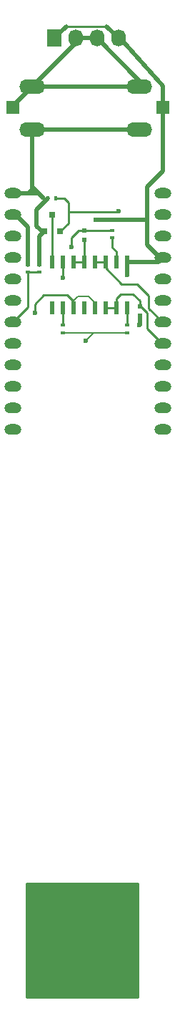
<source format=gbl>
G04 #@! TF.FileFunction,Copper,L4,Bot,Signal*
%FSLAX46Y46*%
G04 Gerber Fmt 4.6, Leading zero omitted, Abs format (unit mm)*
G04 Created by KiCad (PCBNEW 4.0.1-stable) date 10/3/2016 3:23:18 PM*
%MOMM*%
G01*
G04 APERTURE LIST*
%ADD10C,0.100000*%
%ADD11O,3.048000X1.727200*%
%ADD12R,0.500000X0.600000*%
%ADD13R,0.600000X0.400000*%
%ADD14R,0.600000X1.500000*%
%ADD15R,0.400000X0.600000*%
%ADD16R,0.800100X0.800100*%
%ADD17R,1.727200X2.032000*%
%ADD18O,1.727200X2.032000*%
%ADD19O,2.000000X1.270000*%
%ADD20R,1.500000X1.500000*%
%ADD21C,0.600000*%
%ADD22C,0.250000*%
%ADD23C,0.500000*%
%ADD24C,0.152400*%
%ADD25C,0.254000*%
G04 APERTURE END LIST*
D10*
D11*
X128066800Y-71170800D03*
X128066800Y-76250800D03*
X140766800Y-71170800D03*
X140766800Y-76250800D03*
D12*
X134239000Y-89297600D03*
X134239000Y-88197600D03*
D13*
X137490200Y-89096000D03*
X137490200Y-88196000D03*
D14*
X130429000Y-91940400D03*
X131699000Y-91940400D03*
X132969000Y-91940400D03*
X134239000Y-91940400D03*
X135509000Y-91940400D03*
X136779000Y-91940400D03*
X138049000Y-91940400D03*
X139319000Y-91940400D03*
X139319000Y-97340400D03*
X138049000Y-97340400D03*
X136779000Y-97340400D03*
X135509000Y-97340400D03*
X134239000Y-97340400D03*
X132969000Y-97340400D03*
X131699000Y-97340400D03*
X130429000Y-97340400D03*
D13*
X139319000Y-99397400D03*
X139319000Y-100297400D03*
X131724400Y-99397400D03*
X131724400Y-100297400D03*
D15*
X130828200Y-84429600D03*
X129928200Y-84429600D03*
D16*
X131379000Y-88351360D03*
X129479000Y-88351360D03*
X130429000Y-86352380D03*
D17*
X130657600Y-65481200D03*
D18*
X133197600Y-65481200D03*
X135737600Y-65481200D03*
X138277600Y-65481200D03*
D12*
X140792200Y-98314600D03*
X140792200Y-97214600D03*
D13*
X128905000Y-93160000D03*
X128905000Y-92260000D03*
X127508000Y-93160000D03*
X127508000Y-92260000D03*
D19*
X143510000Y-83820000D03*
X125730000Y-83820000D03*
X143510000Y-86360000D03*
X125730000Y-86360000D03*
X143510000Y-88900000D03*
X125730000Y-88900000D03*
X143510000Y-91440000D03*
X125730000Y-91440000D03*
X143510000Y-93980000D03*
X125730000Y-93980000D03*
X143510000Y-96520000D03*
X125730000Y-96520000D03*
X143510000Y-99060000D03*
X125730000Y-99060000D03*
X143510000Y-101600000D03*
X125730000Y-101600000D03*
X143510000Y-104140000D03*
X125730000Y-104140000D03*
X143510000Y-106680000D03*
X125730000Y-106680000D03*
X143510000Y-109220000D03*
X125730000Y-109220000D03*
X143510000Y-111760000D03*
X125730000Y-111760000D03*
D20*
X125730000Y-73660000D03*
X143510000Y-73660000D03*
D21*
X132664200Y-90170000D03*
X139319000Y-93446600D03*
X140766800Y-99441000D03*
X135585200Y-86918800D03*
X131648200Y-93802200D03*
X134391400Y-101244400D03*
X128346200Y-97993200D03*
X138252200Y-85979000D03*
D22*
X134239000Y-91940400D02*
X134239000Y-89297600D01*
X132969000Y-91940400D02*
X134239000Y-91940400D01*
X134239000Y-88197600D02*
X133544400Y-88197600D01*
X132664200Y-89077800D02*
X132664200Y-90170000D01*
X133544400Y-88197600D02*
X132664200Y-89077800D01*
X134239000Y-88197600D02*
X137488600Y-88197600D01*
X137488600Y-88197600D02*
X137490200Y-88196000D01*
D23*
X127685800Y-83820000D02*
X127685800Y-83718400D01*
X128193800Y-83210400D02*
X128066800Y-83210400D01*
X127685800Y-83718400D02*
X128193800Y-83210400D01*
X125730000Y-83820000D02*
X127685800Y-83820000D01*
X127685800Y-83820000D02*
X128803400Y-83820000D01*
X128803400Y-83820000D02*
X129413000Y-84429600D01*
X128905000Y-92260000D02*
X128905000Y-88925360D01*
X128905000Y-88925360D02*
X129479000Y-88351360D01*
D22*
X129479000Y-88351360D02*
X129194560Y-88351360D01*
D23*
X129194560Y-88351360D02*
X128549400Y-87706200D01*
X128549400Y-87706200D02*
X128549400Y-85808400D01*
X128549400Y-85808400D02*
X129928200Y-84429600D01*
X128066800Y-76250800D02*
X128066800Y-83210400D01*
X128066800Y-83210400D02*
X128066800Y-83083400D01*
X128066800Y-83083400D02*
X129413000Y-84429600D01*
D22*
X129413000Y-84429600D02*
X129928200Y-84429600D01*
D23*
X128066800Y-76250800D02*
X140766800Y-76250800D01*
X140792200Y-98314600D02*
X140792200Y-99415600D01*
X139319000Y-93446600D02*
X139319000Y-91940400D01*
X140792200Y-99415600D02*
X140766800Y-99441000D01*
X139319000Y-91940400D02*
X143009600Y-91940400D01*
X143009600Y-91940400D02*
X143510000Y-91440000D01*
X127508000Y-92260000D02*
X127508000Y-87782400D01*
X127508000Y-87782400D02*
X126085600Y-86360000D01*
X126085600Y-86360000D02*
X125730000Y-86360000D01*
X141655800Y-86995000D02*
X135661400Y-86995000D01*
X135661400Y-86995000D02*
X135585200Y-86918800D01*
X143510000Y-73660000D02*
X143510000Y-81203800D01*
X141655800Y-89916000D02*
X143179800Y-91440000D01*
X141655800Y-83058000D02*
X141655800Y-86995000D01*
X141655800Y-86995000D02*
X141655800Y-89916000D01*
X143510000Y-81203800D02*
X141655800Y-83058000D01*
X143179800Y-91440000D02*
X143510000Y-91440000D01*
X130657600Y-65481200D02*
X130708400Y-65481200D01*
X130708400Y-65481200D02*
X132130800Y-64058800D01*
D22*
X132130800Y-64058800D02*
X136855200Y-64058800D01*
D23*
X136855200Y-64058800D02*
X138277600Y-65481200D01*
X138277600Y-65481200D02*
X138430000Y-65481200D01*
X138430000Y-65481200D02*
X143510000Y-71120000D01*
X143510000Y-71120000D02*
X143510000Y-73660000D01*
D22*
X137490200Y-89096000D02*
X137490200Y-90170000D01*
X138049000Y-90728800D02*
X138049000Y-91940400D01*
X137490200Y-90170000D02*
X138049000Y-90728800D01*
X131699000Y-93751400D02*
X131648200Y-93802200D01*
X131699000Y-93751400D02*
X131699000Y-91940400D01*
X139319000Y-99397400D02*
X139319000Y-97340400D01*
X131699000Y-97340400D02*
X131699000Y-99372000D01*
X131699000Y-99372000D02*
X131724400Y-99397400D01*
D24*
X135338400Y-100297400D02*
X134391400Y-101244400D01*
X135686800Y-100297400D02*
X135338400Y-100297400D01*
X131724400Y-100297400D02*
X135686800Y-100297400D01*
X135686800Y-100297400D02*
X139319000Y-100297400D01*
D22*
X128346200Y-97993200D02*
X128346200Y-96926400D01*
X132969000Y-96570800D02*
X132969000Y-97340400D01*
X132232400Y-95834200D02*
X132969000Y-96570800D01*
X129438400Y-95834200D02*
X132232400Y-95834200D01*
X128346200Y-96926400D02*
X129438400Y-95834200D01*
X128346200Y-97993200D02*
X128371600Y-98018600D01*
D24*
X132969000Y-97340400D02*
X132969000Y-96520000D01*
X134747000Y-95986600D02*
X135509000Y-96748600D01*
X133502400Y-95986600D02*
X134747000Y-95986600D01*
X132969000Y-96520000D02*
X133502400Y-95986600D01*
X135509000Y-96748600D02*
X135509000Y-97340400D01*
D22*
X130429000Y-86352380D02*
X130429000Y-91940400D01*
D23*
X133197600Y-65481200D02*
X133197600Y-66040000D01*
X133197600Y-66040000D02*
X128066800Y-71170800D01*
X133197600Y-65481200D02*
X135737600Y-65481200D01*
X135737600Y-65481200D02*
X140766800Y-70510400D01*
D22*
X140766800Y-70510400D02*
X140766800Y-71170800D01*
D23*
X125577600Y-73660000D02*
X128066800Y-71170800D01*
X128066800Y-71170800D02*
X140766800Y-71170800D01*
D22*
X138252200Y-85979000D02*
X138176000Y-86055200D01*
X138176000Y-86055200D02*
X132359400Y-86055200D01*
X132359400Y-87370960D02*
X131379000Y-88351360D01*
X130828200Y-84429600D02*
X131876800Y-84429600D01*
X132359400Y-84912200D02*
X132359400Y-85928200D01*
X132359400Y-85928200D02*
X132359400Y-86055200D01*
X132359400Y-86055200D02*
X132359400Y-87370960D01*
X131876800Y-84429600D02*
X132359400Y-84912200D01*
X136779000Y-91940400D02*
X136779000Y-92659200D01*
X136779000Y-92659200D02*
X138658600Y-94538800D01*
X141884400Y-97434400D02*
X143510000Y-99060000D01*
X141884400Y-95935800D02*
X141884400Y-97434400D01*
X140487400Y-94538800D02*
X141884400Y-95935800D01*
X138658600Y-94538800D02*
X140487400Y-94538800D01*
X135509000Y-91940400D02*
X136779000Y-91940400D01*
X140792200Y-97214600D02*
X140902600Y-97214600D01*
X140902600Y-97214600D02*
X141681200Y-97993200D01*
X141681200Y-99847400D02*
X143433800Y-101600000D01*
X141681200Y-97993200D02*
X141681200Y-99847400D01*
X143433800Y-101600000D02*
X143510000Y-101600000D01*
X138049000Y-97340400D02*
X138049000Y-96240600D01*
X140792200Y-96545400D02*
X140792200Y-97214600D01*
X139979400Y-95732600D02*
X140792200Y-96545400D01*
X138557000Y-95732600D02*
X139979400Y-95732600D01*
X138049000Y-96240600D02*
X138557000Y-95732600D01*
X136779000Y-97340400D02*
X138049000Y-97340400D01*
X125730000Y-99060000D02*
X125755400Y-99060000D01*
X125755400Y-99060000D02*
X127508000Y-97307400D01*
X127508000Y-97307400D02*
X127508000Y-93160000D01*
X127508000Y-93160000D02*
X128905000Y-93160000D01*
D25*
G36*
X140589000Y-178943000D02*
X127355600Y-178943000D01*
X127355600Y-165404800D01*
X140589000Y-165404800D01*
X140589000Y-178943000D01*
X140589000Y-178943000D01*
G37*
X140589000Y-178943000D02*
X127355600Y-178943000D01*
X127355600Y-165404800D01*
X140589000Y-165404800D01*
X140589000Y-178943000D01*
M02*

</source>
